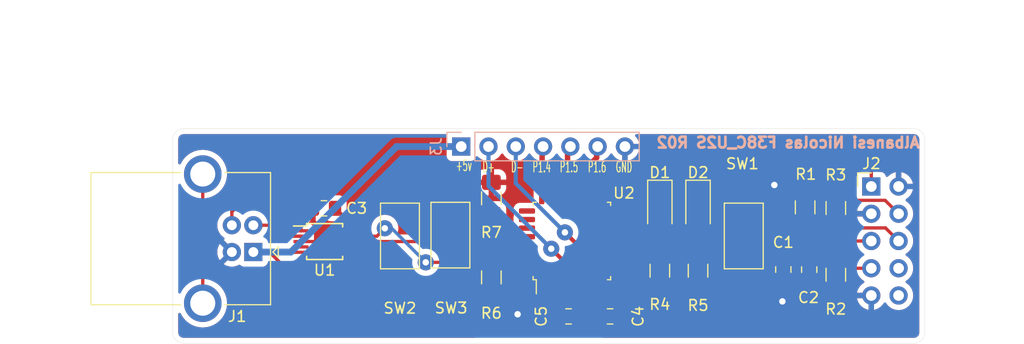
<source format=kicad_pcb>
(kicad_pcb (version 20211014) (generator pcbnew)
  (title_block (title "F38C_U2S") (date "2019-6-18") (rev "1.0") (company "CFPT - Ecole d'Electronique") (comment 1 "Nicolas Albanesi"))
  (layers (0 "F.Cu" signal) (31 "B.Cu" signal) (35 "F.Paste" user) (36 "B.SilkS" user "B.Silkscreen") (37 "F.SilkS" user "F.Silkscreen") (38 "B.Mask" user) (39 "F.Mask" user) (44 "Edge.Cuts" user))
  (net 0 "")
  (net 1 "/JTAG_5")
  (net 2 "GND")
  (net 3 "Net-(C3-Pad1)")
  (net 4 "+5V")
  (net 5 "Net-(D1-Pad2)")
  (net 6 "Net-(D2-Pad2)")
  (net 7 "Net-(J1-Pad5)")
  (net 8 "+3V3")
  (net 9 "/C2D")
  (net 10 "Net-(J2-Pad6)")
  (net 11 "/JTAG_7")
  (net 12 "Net-(J2-Pad8)")
  (net 13 "Net-(J2-Pad10)")
  (net 14 "/P1.6")
  (net 15 "/P1.5")
  (net 16 "/P1.4")
  (net 17 "/P0.5")
  (net 18 "/P0.6")
  (net 19 "Net-(U1-Pad4)")
  (net 20 "Net-(U1-Pad5)")
  (net 21 "Net-(U1-Pad6)")
  (net 22 "Net-(U2-Pad8)")
  (net 23 "Net-(U2-Pad13)")
  (net 24 "Net-(U2-Pad14)")
  (net 25 "Net-(U2-Pad15)")
  (net 26 "Net-(U2-Pad16)")
  (net 27 "Net-(U2-Pad17)")
  (net 28 "Net-(U2-Pad18)")
  (net 29 "Net-(U2-Pad19)")
  (net 30 "Net-(U2-Pad23)")
  (net 31 "Net-(U2-Pad24)")
  (net 32 "Net-(U2-Pad25)")
  (net 33 "Net-(U2-Pad26)")
  (net 34 "/D-")
  (net 35 "/D+")
  (net 36 "/P2.7")
  (net 37 "/P2.6")
  (net 38 "Net-(U2-Pad27)")
  (net 39 "Net-(U2-Pad30)")
  (net 40 "Net-(U2-Pad31)")
  (net 41 "Net-(U2-Pad32)")
  (net 42 "/RXD")
  (net 43 "/RX1")
  (net 44 "/D-_uC")
  (net 45 "/D+_uC")
  (footprint "Connector_USB:USB_B_OST_USB-B1HSxx_Horizontal" (layer "F.Cu") (at 122 60 180)
    (fp_text reference "J1" (at 1.5 -6) (layer "F.SilkS"))
    (fp_text value "USB_B")
    (fp_line (start 2.66 -4.91) (end -1.6 -4.91) (layer "F.SilkS") (width 0.12))
    (fp_line (start -2.32 0.5) (end -1.82 0) (layer "F.SilkS") (width 0.12))
    (fp_line (start 15.12 -4.91) (end 15.12 7.41) (layer "F.SilkS") (width 0.12))
    (fp_line (start 15.12 7.41) (end 6.76 7.41) (layer "F.SilkS") (width 0.12))
    (fp_line (start -1.82 0) (end -2.32 -0.5) (layer "F.SilkS") (width 0.12))
    (fp_line (start 6.76 -4.91) (end 15.12 -4.91) (layer "F.SilkS") (width 0.12))
    (fp_line (start -1.6 7.41) (end 2.66 7.41) (layer "F.SilkS") (width 0.12))
    (fp_line (start -1.6 -4.91) (end -1.6 7.41) (layer "F.SilkS") (width 0.12))
    (fp_line (start -2.32 -0.5) (end -2.32 0.5) (layer "F.SilkS") (width 0.12))
    (pad "1" thru_hole rect locked (at 0 0 180) (size 1.7 1.7) (drill 0.92) (layers *.Cu *.Mask) (net 4 "+5V"))
    (pad "2" thru_hole circle locked (at 0 2.5 180) (size 1.7 1.7) (drill 0.92) (layers *.Cu *.Mask) (net 34 "/D-"))
    (pad "3" thru_hole circle locked (at 2 2.5 180) (size 1.7 1.7) (drill 0.92) (layers *.Cu *.Mask) (net 35 "/D+"))
    (pad "4" thru_hole circle locked (at 2 0 180) (size 1.7 1.7) (drill 0.92) (layers *.Cu *.Mask) (net 2 "GND"))
    (pad "5" thru_hole circle locked (at 4.71 -4.77 180) (size 3.5 3.5) (drill 2.33) (layers *.Cu *.Mask) (net 7 "Net-(J1-Pad5)"))
    (pad "5" thru_hole circle locked (at 4.71 7.27 180) (size 3.5 3.5) (drill 2.33) (layers *.Cu *.Mask) (net 7 "Net-(J1-Pad5)"))
  )
  (footprint "Button_Switch_SMD:SW_SPST_FSMSM" (layer "F.Cu") (at 135.648 58.5 -90)
    (fp_text reference "SW2" (at 6.731 0 180) (layer "F.SilkS"))
    (fp_text value "SW_Push")
    (fp_line (start -3.06 -1.81) (end 3.06 -1.81) (layer "F.SilkS") (width 0.12))
    (fp_line (start 3.06 -1.81) (end 3.06 1.81) (layer "F.SilkS") (width 0.12))
    (fp_line (start 3.06 1.81) (end -3.06 1.81) (layer "F.SilkS") (width 0.12))
    (fp_line (start -3.06 1.81) (end -3.06 -1.81) (layer "F.SilkS") (width 0.12))
    (pad "1" smd rect locked (at -4.59 0 270) (size 2.18 1.6) (layers "F.Cu" "F.Paste" "F.Mask") (net 17 "/P0.5"))
    (pad "2" smd rect locked (at 4.59 0 270) (size 2.18 1.6) (layers "F.Cu" "F.Paste" "F.Mask") (net 4 "+5V"))
  )
  (footprint "Resistor_SMD:R_1206_3216Metric_Pad1.42x1.75mm_HandSolder" (layer "F.Cu") (at 176.2245 62.118 90)
    (fp_text reference "R2" (at -3.202 0 180) (layer "F.SilkS"))
    (fp_text value "1k")
    (fp_line (start -0.602064 -0.91) (end 0.602064 -0.91) (layer "F.SilkS") (width 0.12))
    (fp_line (start -0.602064 0.91) (end 0.602064 0.91) (layer "F.SilkS") (width 0.12))
    (pad "1" smd roundrect locked (at -1.4875 0 90) (size 1.425 1.75) (layers "F.Cu" "F.Paste" "F.Mask") (roundrect_rratio 0.1754392982) (net 11 "/JTAG_7"))
    (pad "2" smd roundrect locked (at 1.4875 0 90) (size 1.425 1.75) (layers "F.Cu" "F.Paste" "F.Mask") (roundrect_rratio 0.1754392982) (net 1 "/JTAG_5"))
  )
  (footprint "Resistor_SMD:R_1206_3216Metric_Pad1.42x1.75mm_HandSolder" (layer "F.Cu") (at 173.367 55.8315 -90)
    (fp_text reference "R1" (at -3.0845 -0.0635 180) (layer "F.SilkS"))
    (fp_text value "1k")
    (fp_line (start -0.602064 -0.91) (end 0.602064 -0.91) (layer "F.SilkS") (width 0.12))
    (fp_line (start -0.602064 0.91) (end 0.602064 0.91) (layer "F.SilkS") (width 0.12))
    (pad "1" smd roundrect locked (at -1.4875 0 270) (size 1.425 1.75) (layers "F.Cu" "F.Paste" "F.Mask") (roundrect_rratio 0.1754392982) (net 8 "+3V3"))
    (pad "2" smd roundrect locked (at 1.4875 0 270) (size 1.425 1.75) (layers "F.Cu" "F.Paste" "F.Mask") (roundrect_rratio 0.1754392982) (net 1 "/JTAG_5"))
  )
  (footprint "Connector_PinHeader_2.54mm:PinHeader_2x05_P2.54mm_Horizontal" (layer "F.Cu") (at 179.5265 53.89)
    (fp_text reference "J2" (at 0.0127 -2.1336) (layer "F.SilkS"))
    (fp_text value "Conn_02x05_Odd_Even")
    (fp_line (start -1.27 -1.27) (end 0 -1.27) (layer "F.SilkS") (width 0.12))
    (fp_line (start -1.27 0) (end -1.27 -1.27) (layer "F.SilkS") (width 0.12))
    (pad "1" thru_hole rect locked (at 0 0) (size 1.7 1.7) (drill 1) (layers *.Cu *.Mask) (net 8 "+3V3"))
    (pad "2" thru_hole oval locked (at 2.54 0) (size 1.7 1.7) (drill 1) (layers *.Cu *.Mask) (net 2 "GND"))
    (pad "3" thru_hole oval locked (at 0 2.54) (size 1.7 1.7) (drill 1) (layers *.Cu *.Mask) (net 2 "GND"))
    (pad "4" thru_hole oval locked (at 2.54 2.54) (size 1.7 1.7) (drill 1) (layers *.Cu *.Mask) (net 9 "/C2D"))
    (pad "5" thru_hole oval locked (at 0 5.08) (size 1.7 1.7) (drill 1) (layers *.Cu *.Mask) (net 1 "/JTAG_5"))
    (pad "6" thru_hole oval locked (at 2.54 5.08) (size 1.7 1.7) (drill 1) (layers *.Cu *.Mask) (net 10 "Net-(J2-Pad6)"))
    (pad "7" thru_hole oval locked (at 0 7.62) (size 1.7 1.7) (drill 1) (layers *.Cu *.Mask) (net 11 "/JTAG_7"))
    (pad "8" thru_hole oval locked (at 2.54 7.62) (size 1.7 1.7) (drill 1) (layers *.Cu *.Mask) (net 12 "Net-(J2-Pad8)"))
    (pad "9" thru_hole oval locked (at 0 10.16) (size 1.7 1.7) (drill 1) (layers *.Cu *.Mask) (net 2 "GND"))
    (pad "10" thru_hole oval locked (at 2.54 10.16) (size 1.7 1.7) (drill 1) (layers *.Cu *.Mask) (net 13 "Net-(J2-Pad10)"))
  )
  (footprint "Button_Switch_SMD:SW_SPST_FSMSM" (layer "F.Cu") (at 167.652 58.5 -90)
    (fp_text reference "SW1" (at -6.731 0.127 180) (layer "F.SilkS"))
    (fp_text value "SW_Push")
    (fp_line (start 3.06 -1.81) (end 3.06 1.81) (layer "F.SilkS") (width 0.12))
    (fp_line (start -3.06 -1.81) (end 3.06 -1.81) (layer "F.SilkS") (width 0.12))
    (fp_line (start 3.06 1.81) (end -3.06 1.81) (layer "F.SilkS") (width 0.12))
    (fp_line (start -3.06 1.81) (end -3.06 -1.81) (layer "F.SilkS") (width 0.12))
    (pad "1" smd rect locked (at -4.59 0 270) (size 2.18 1.6) (layers "F.Cu" "F.Paste" "F.Mask") (net 2 "GND"))
    (pad "2" smd rect locked (at 4.59 0 270) (size 2.18 1.6) (layers "F.Cu" "F.Paste" "F.Mask") (net 1 "/JTAG_5"))
  )
  (footprint "Package_QFP:LQFP-32_7x7mm_P0.8mm" (layer "F.Cu") (at 151.65 58.97 90)
    (fp_text reference "U2" (at 4.47 4.85 180) (layer "F.SilkS"))
    (fp_text value "8051F38C")
    (fp_line (start -3.61 -3.31) (end -4.925 -3.31) (layer "F.SilkS") (width 0.12))
    (fp_line (start -3.31 -3.61) (end -3.61 -3.61) (layer "F.SilkS") (width 0.12))
    (fp_line (start 3.31 -3.61) (end 3.61 -3.61) (layer "F.SilkS") (width 0.12))
    (fp_line (start -3.61 -3.61) (end -3.61 -3.31) (layer "F.SilkS") (width 0.12))
    (fp_line (start -3.61 3.61) (end -3.61 3.31) (layer "F.SilkS") (width 0.12))
    (fp_line (start 3.61 -3.61) (end 3.61 -3.31) (layer "F.SilkS") (width 0.12))
    (fp_line (start 3.31 3.61) (end 3.61 3.61) (layer "F.SilkS") (width 0.12))
    (fp_line (start 3.61 3.61) (end 3.61 3.31) (layer "F.SilkS") (width 0.12))
    (fp_line (start -3.31 3.61) (end -3.61 3.61) (layer "F.SilkS") (width 0.12))
    (pad "1" smd roundrect locked (at -4.175 -2.8 90) (size 1.5 0.5) (layers "F.Cu" "F.Paste" "F.Mask") (net 43 "/RX1"))
    (pad "2" smd roundrect locked (at -4.175 -2 90) (size 1.5 0.5) (layers "F.Cu" "F.Paste" "F.Mask") (net 42 "/RXD"))
    (pad "3" smd roundrect locked (at -4.175 -1.2 90) (size 1.5 0.5) (layers "F.Cu" "F.Paste" "F.Mask") (net 2 "GND"))
    (pad "4" smd roundrect locked (at -4.175 -0.4 90) (size 1.5 0.5) (layers "F.Cu" "F.Paste" "F.Mask") (net 45 "/D+_uC"))
    (pad "5" smd roundrect locked (at -4.175 0.4 90) (size 1.5 0.5) (layers "F.Cu" "F.Paste" "F.Mask") (net 44 "/D-_uC"))
    (pad "6" smd roundrect locked (at -4.175 1.2 90) (size 1.5 0.5) (layers "F.Cu" "F.Paste" "F.Mask") (net 8 "+3V3"))
    (pad "7" smd roundrect locked (at -4.175 2 90) (size 1.5 0.5) (layers "F.Cu" "F.Paste" "F.Mask") (net 4 "+5V"))
    (pad "8" smd roundrect locked (at -4.175 2.8 90) (size 1.5 0.5) (layers "F.Cu" "F.Paste" "F.Mask") (net 22 "Net-(U2-Pad8)"))
    (pad "9" smd roundrect locked (at -2.8 4.175 90) (size 0.5 1.5) (layers "F.Cu" "F.Paste" "F.Mask") (net 11 "/JTAG_7"))
    (pad "10" smd roundrect locked (at -2 4.175 90) (size 0.5 1.5) (layers "F.Cu" "F.Paste" "F.Mask") (net 9 "/C2D"))
    (pad "11" smd roundrect locked (at -1.2 4.175 90) (size 0.5 1.5) (layers "F.Cu" "F.Paste" "F.Mask") (net 36 "/P2.7"))
    (pad "12" smd roundrect locked (at -0.4 4.175 90) (size 0.5 1.5) (layers "F.Cu" "F.Paste" "F.Mask") (net 37 "/P2.6"))
    (pad "13" smd roundrect locked (at 0.4 4.175 90) (size 0.5 1.5) (layers "F.Cu" "F.Paste" "F.Mask") (net 23 "Net-(U2-Pad13)"))
    (pad "14" smd roundrect locked (at 1.2 4.175 90) (size 0.5 1.5) (layers "F.Cu" "F.Paste" "F.Mask") (net 24 "Net-(U2-Pad14)"))
    (pad "15" smd roundrect locked (at 2 4.175 90) (size 0.5 1.5) (layers "F.Cu" "F.Paste" "F.Mask") (net 25 "Net-(U2-Pad15)"))
    (pad "16" smd roundrect locked (at 2.8 4.175 90) (size 0.5 1.5) (layers "F.Cu" "F.Paste" "F.Mask") (net 26 "Net-(U2-Pad16)"))
    (pad "17" smd roundrect locked (at 4.175 2.8 90) (size 1.5 0.5) (layers "F.Cu" "F.Paste" "F.Mask") (net 27 "Net-(U2-Pad17)"))
    (pad "18" smd roundrect locked (at 4.175 2 90) (size 1.5 0.5) (layers "F.Cu" "F.Paste" "F.Mask") (net 28 "Net-(U2-Pad18)"))
    (pad "19" smd roundrect locked (at 4.175 1.2 90) (size 1.5 0.5) (layers "F.Cu" "F.Paste" "F.Mask") (net 29 "Net-(U2-Pad19)"))
    (pad "20" smd roundrect locked (at 4.175 0.4 90) (size 1.5 0.5) (layers "F.Cu" "F.Paste" "F.Mask") (net 14 "/P1.6"))
    (pad "21" smd roundrect locked (at 4.175 -0.4 90) (size 1.5 0.5) (layers "F.Cu" "F.Paste" "F.Mask") (net 15 "/P1.5"))
    (pad "22" smd roundrect locked (at 4.175 -1.2 90) (size 1.5 0.5) (layers "F.Cu" "F.Paste" "F.Mask") (net 16 "/P1.4"))
    (pad "23" smd roundrect locked (at 4.175 -2 90) (size 1.5 0.5) (layers "F.Cu" "F.Paste" "F.Mask") (net 30 "Net-(U2-Pad23)"))
    (pad "24" smd roundrect locked (at 4.175 -2.8 90) (size 1.5 0.5) (layers "F.Cu" "F.Paste" "F.Mask") (net 31 "Net-(U2-Pad24)"))
    (pad "25" smd roundrect locked (at 2.8 -4.175 90) (size 0.5 1.5) (layers "F.Cu" "F.Paste" "F.Mask") (net 32 "Net-(U2-Pad25)"))
    (pad "26" smd roundrect locked (at 2 -4.175 90) (size 0.5 1.5) (layers "F.Cu" "F.Paste" "F.Mask") (net 33 "Net-(U2-Pad26)"))
    (pad "27" smd roundrect locked (at 1.2 -4.175 90) (size 0.5 1.5) (layers "F.Cu" "F.Paste" "F.Mask") (net 38 "Net-(U2-Pad27)"))
    (pad "28" smd roundrect locked (at 0.4 -4.175 90) (size 0.5 1.5) (layers "F.Cu" "F.Paste" "F.Mask") (net 18 "/P0.6"))
    (pad "29" smd roundrect locked (at -0.4 -4.175 90) (size 0.5 1.5) (layers "F.Cu" "F.Paste" "F.Mask") (net 17 "/P0.5"))
    (pad "30" smd roundrect locked (at -1.2 -4.175 90) (size 0.5 1.5) (layers "F.Cu" "F.Paste" "F.Mask") (net 39 "Net-(U2-Pad30)"))
    (pad "31" smd roundrect locked (at -2 -4.175 90) (size 0.5 1.5) (layers "F.Cu" "F.Paste" "F.Mask") (net 40 "Net-(U2-Pad31)"))
    (pad "32" smd roundrect locked (at -2.8 -4.175 90) (size 0.5 1.5) (layers "F.Cu" "F.Paste" "F.Mask") (net 41 "Net-(U2-Pad32)"))
  )
  (footprint "LED_SMD:LED_1206_3216Metric_Pad1.42x1.75mm_HandSolder" (layer "F.Cu") (at 159.8415 55.7625 -90)
    (fp_text reference "D1" (at -3.175 0 180) (layer "F.SilkS"))
    (fp_text value "LED")
    (fp_line (start -2.46 1.135) (end 1.6 1.135) (layer "F.SilkS") (width 0.12))
    (fp_line (start 1.6 -1.135) (end -2.46 -1.135) (layer "F.SilkS") (width 0.12))
    (fp_line (start -2.46 -1.135) (end -2.46 1.135) (layer "F.SilkS") (width 0.12))
    (pad "1" smd roundrect locked (at -1.4875 0 270) (size 1.425 1.75) (layers "F.Cu" "F.Paste" "F.Mask") (roundrect_rratio 0.1754392982) (net 2 "GND"))
    (pad "2" smd roundrect locked (at 1.4875 0 270) (size 1.425 1.75) (layers "F.Cu" "F.Paste" "F.Mask") (roundrect_rratio 0.1754392982) (net 5 "Net-(D1-Pad2)"))
  )
  (footprint "Resistor_SMD:R_1206_3216Metric_Pad1.42x1.75mm_HandSolder" (layer "F.Cu") (at 159.8415 61.7375 -90)
    (fp_text reference "R4" (at 3.148 0 180) (layer "F.SilkS"))
    (fp_text value "1k")
    (fp_line (start -0.602064 -0.91) (end 0.602064 -0.91) (layer "F.SilkS") (width 0.12))
    (fp_line (start -0.602064 0.91) (end 0.602064 0.91) (layer "F.SilkS") (width 0.12))
    (pad "1" smd roundrect locked (at -1.4875 0 270) (size 1.425 1.75) (layers "F.Cu" "F.Paste" "F.Mask") (roundrect_rratio 0.1754392982) (net 5 "Net-(D1-Pad2)"))
    (pad "2" smd roundrect locked (at 1.4875 0 270) (size 1.425 1.75) (layers "F.Cu" "F.Paste" "F.Mask") (roundrect_rratio 0.1754392982) (net 36 "/P2.7"))
  )
  (footprint "Resistor_SMD:R_1206_3216Metric_Pad1.42x1.75mm_HandSolder" (layer "F.Cu") (at 176.2245 55.895 -90)
    (fp_text reference "R3" (at -3.0845 0 180) (layer "F.SilkS"))
    (fp_text value "1k")
    (fp_line (start -0.602064 0.91) (end 0.602064 0.91) (layer "F.SilkS") (width 0.12))
    (fp_line (start -0.602064 -0.91) (end 0.602064 -0.91) (layer "F.SilkS") (width 0.12))
    (pad "1" smd roundrect locked (at -1.4875 0 270) (size 1.425 1.75) (layers "F.Cu" "F.Paste" "F.Mask") (roundrect_rratio 0.1754392982) (net 9 "/C2D"))
    (pad "2" smd roundrect locked (at 1.4875 0 270) (size 1.425 1.75) (layers "F.Cu" "F.Paste" "F.Mask") (roundrect_rratio 0.1754392982) (net 10 "Net-(J2-Pad6)"))
  )
  (footprint "Package_SO:MSOP-10_3x3mm_P0.5mm" (layer "F.Cu") (at 128.6376 59.0208)
    (fp_text reference "U1" (at 0 2.667) (layer "F.SilkS"))
    (fp_text value "CH340E")
    (fp_line (start 1.675 1.675) (end 1.675 1.375) (layer "F.SilkS") (width 0.15))
    (fp_line (start 1.675 -1.675) (end 1.675 -1.375) (layer "F.SilkS") (width 0.15))
    (fp_line (start -1.675 1.675) (end 1.675 1.675) (layer "F.SilkS") (width 0.15))
    (fp_line (start -1.675 -1.675) (end 1.675 -1.675) (layer "F.SilkS") (width 0.15))
    (fp_line (start -1.675 -1.45) (end -2.9 -1.45) (layer "F.SilkS") (width 0.15))
    (fp_line (start -1.675 1.675) (end -1.675 1.375) (layer "F.SilkS") (width 0.15))
    (fp_line (start -1.675 -1.675) (end -1.675 -1.45) (layer "F.SilkS") (width 0.15))
    (pad "1" smd rect locked (at -2.2 -1) (size 1.4 0.3) (layers "F.Cu" "F.Paste" "F.Mask") (net 35 "/D+"))
    (pad "2" smd rect locked (at -2.2 -0.5) (size 1.4 0.3) (layers "F.Cu" "F.Paste" "F.Mask") (net 34 "/D-"))
    (pad "3" smd rect locked (at -2.2 0) (size 1.4 0.3) (layers "F.Cu" "F.Paste" "F.Mask") (net 2 "GND"))
    (pad "4" smd rect locked (at -2.2 0.5) (size 1.4 0.3) (layers "F.Cu" "F.Paste" "F.Mask") (net 19 "Net-(U1-Pad4)"))
    (pad "5" smd rect locked (at -2.2 1) (size 1.4 0.3) (layers "F.Cu" "F.Paste" "F.Mask") (net 20 "Net-(U1-Pad5)"))
    (pad "6" smd rect locked (at 2.2 1) (size 1.4 0.3) (layers "F.Cu" "F.Paste" "F.Mask") (net 21 "Net-(U1-Pad6)"))
    (pad "7" smd rect locked (at 2.2 0.5) (size 1.4 0.3) (layers "F.Cu" "F.Paste" "F.Mask") (net 4 "+5V"))
    (pad "8" smd rect locked (at 2.2 0) (size 1.4 0.3) (layers "F.Cu" "F.Paste" "F.Mask") (net 43 "/RX1"))
    (pad "9" smd rect locked (at 2.2 -0.5) (size 1.4 0.3) (layers "F.Cu" "F.Paste" "F.Mask") (net 42 "/RXD"))
    (pad "10" smd rect locked (at 2.2 -1) (size 1.4 0.3) (layers "F.Cu" "F.Paste" "F.Mask") (net 3 "Net-(C3-Pad1)"))
  )
  (footprint "Resistor_SMD:R_1206_3216Metric_Pad1.42x1.75mm_HandSolder" (layer "F.Cu") (at 163.3975 61.7375 -90)
    (fp_text reference "R5" (at 3.2385 0 180) (layer "F.SilkS"))
    (fp_text value "1k")
    (fp_line (start -0.602064 0.91) (end 0.602064 0.91) (layer "F.SilkS") (width 0.12))
    (fp_line (start -0.602064 -0.91) (end 0.602064 -0.91) (layer "F.SilkS") (width 0.12))
    (pad "1" smd roundrect locked (at -1.4875 0 270) (size 1.425 1.75) (layers "F.Cu" "F.Paste" "F.Mask") (roundrect_rratio 0.1754392982) (net 6 "Net-(D2-Pad2)"))
    (pad "2" smd roundrect locked (at 1.4875 0 270) (size 1.425 1.75) (layers "F.Cu" "F.Paste" "F.Mask") (roundrect_rratio 0.1754392982) (net 37 "/P2.6"))
  )
  (footprint "Capacitor_SMD:C_0805_2012Metric_Pad1.15x1.40mm_HandSolder" (layer "F.Cu") (at 173.748 61.637 -90)
    (fp_text reference "C2" (at 2.6035 0.0635 180) (layer "F.SilkS"))
    (fp_text value "1u")
    (fp_line (start -0.261252 -0.71) (end 0.261252 -0.71) (layer "F.SilkS") (width 0.12))
    (fp_line (start -0.261252 0.71) (end 0.261252 0.71) (layer "F.SilkS") (width 0.12))
    (pad "1" smd roundrect locked (at -1.025 0 270) (size 1.15 1.4) (layers "F.Cu" "F.Paste" "F.Mask") (roundrect_rratio 0.2173913043) (net 1 "/JTAG_5"))
    (pad "2" smd roundrect locked (at 1.025 0 270) (size 1.15 1.4) (layers "F.Cu" "F.Paste" "F.Mask") (roundrect_rratio 0.2173913043) (net 2 "GND"))
  )
  (footprint "Button_Switch_SMD:SW_SPST_FSMSM" (layer "F.Cu") (at 140.347 58.42 -90)
    (fp_text reference "SW3" (at 6.7945 -0.0635 180) (layer "F.SilkS"))
    (fp_text value "SW_Push")
    (fp_line (start -3.06 -1.81) (end 3.06 -1.81) (layer "F.SilkS") (width 0.12))
    (fp_line (start 3.06 1.81) (end -3.06 1.81) (layer "F.SilkS") (width 0.12))
    (fp_line (start 3.06 -1.81) (end 3.06 1.81) (layer "F.SilkS") (width 0.12))
    (fp_line (start -3.06 1.81) (end -3.06 -1.81) (layer "F.SilkS") (width 0.12))
    (pad "1" smd rect locked (at -4.59 0 270) (size 2.18 1.6) (layers "F.Cu" "F.Paste" "F.Mask") (net 18 "/P0.6"))
    (pad "2" smd rect locked (at 4.59 0 270) (size 2.18 1.6) (layers "F.Cu" "F.Paste" "F.Mask") (net 4 "+5V"))
  )
  (footprint "Capacitor_SMD:C_0805_2012Metric_Pad1.15x1.40mm_HandSolder" (layer "F.Cu") (at 155.206 66)
    (fp_text reference "C4" (at 2.6035 0 90) (layer "F.SilkS"))
    (fp_text value "0.1u")
    (fp_line (start -0.261252 0.71) (end 0.261252 0.71) (layer "F.SilkS") (width 0.12))
    (fp_line (start -0.261252 -0.71) (end 0.261252 -0.71) (layer "F.SilkS") (width 0.12))
    (pad "1" smd roundrect locked (at -1.025 0) (size 1.15 1.4) (layers "F.Cu" "F.Paste" "F.Mask") (roundrect_rratio 0.2173913043) (net 4 "+5V"))
    (pad "2" smd roundrect locked (at 1.025 0) (size 1.15 1.4) (layers "F.Cu" "F.Paste" "F.Mask") (roundrect_rratio 0.2173913043) (net 2 "GND"))
  )
  (footprint "Capacitor_SMD:C_0805_2012Metric_Pad1.15x1.40mm_HandSolder" (layer "F.Cu") (at 171.335 61.628 -90)
    (fp_text reference "C1" (at -2.531 0 180) (layer "F.SilkS"))
    (fp_text value "0.1u")
    (fp_line (start -0.261252 0.71) (end 0.261252 0.71) (layer "F.SilkS") (width 0.12))
    (fp_line (start -0.261252 -0.71) (end 0.261252 -0.71) (layer "F.SilkS") (width 0.12))
    (pad "1" smd roundrect locked (at -1.025 0 270) (size 1.15 1.4) (layers "F.Cu" "F.Paste" "F.Mask") (roundrect_rratio 0.2173913043) (net 1 "/JTAG_5"))
    (pad "2" smd roundrect locked (at 1.025 0 270) (size 1.15 1.4) (layers "F.Cu" "F.Paste" "F.Mask") (roundrect_rratio 0.2173913043) (net 2 "GND"))
  )
  (footprint "Resistor_SMD:R_1206_3216Metric_Pad1.42x1.75mm_HandSolder" (layer "F.Cu") (at 144.157 62.3625 90)
    (fp_text reference "R6" (at -3.3385 0 180) (layer "F.SilkS"))
    (fp_text value "10k")
    (fp_line (start -0.602064 0.91) (end 0.602064 0.91) (layer "F.SilkS") (width 0.12))
    (fp_line (start -0.602064 -0.91) (end 0.602064 -0.91) (layer "F.SilkS") (width 0.12))
    (pad "1" smd roundrect locked (at -1.4875 0 90) (size 1.425 1.75) (layers "F.Cu" "F.Paste" "F.Mask") (roundrect_rratio 0.1754392982) (net 2 "GND"))
    (pad "2" smd roundrect locked (at 1.4875 0 90) (size 1.425 1.75) (layers "F.Cu" "F.Paste" "F.Mask") (roundrect_rratio 0.1754392982) (net 17 "/P0.5"))
  )
  (footprint "Capacitor_SMD:C_0805_2012Metric_Pad1.15x1.40mm_HandSolder" (layer "F.Cu") (at 151.3415 66 180)
    (fp_text reference "C5" (at 2.549 0 90) (layer "F.SilkS"))
    (fp_text value "0.1u")
    (fp_line (start -0.261252 -0.71) (end 0.261252 -0.71) (layer "F.SilkS") (width 0.12))
    (fp_line (start -0.261252 0.71) (end 0.261252 0.71) (layer "F.SilkS") (width 0.12))
    (pad "1" smd roundrect locked (at -1.025 0 180) (size 1.15 1.4) (layers "F.Cu" "F.Paste" "F.Mask") (roundrect_rratio 0.2173913043) (net 8 "+3V3"))
    (pad "2" smd roundrect locked (at 1.025 0 180) (size 1.15 1.4) (layers "F.Cu" "F.Paste" "F.Mask") (roundrect_rratio 0.2173913043) (net 2 "GND"))
  )
  (footprint "Capacitor_SMD:C_0805_2012Metric_Pad1.15x1.40mm_HandSolder" (layer "F.Cu") (at 128.5778 55.922 180)
    (fp_text reference "C3" (at -3.039 0) (layer "F.SilkS"))
    (fp_text value "0.1u")
    (fp_line (start -0.261252 0.71) (end 0.261252 0.71) (layer "F.SilkS") (width 0.12))
    (fp_line (start -0.261252 -0.71) (end 0.261252 -0.71) (layer "F.SilkS") (width 0.12))
    (pad "1" smd roundrect locked (at -1.025 0 180) (size 1.15 1.4) (layers "F.Cu" "F.Paste" "F.Mask") (roundrect_rratio 0.2173913043) (net 3 "Net-(C3-Pad1)"))
    (pad "2" smd roundrect locked (at 1.025 0 180) (size 1.15 1.4) (layers "F.Cu" "F.Paste" "F.Mask") (roundrect_rratio 0.2173913043) (net 2 "GND"))
  )
  (footprint "LED_SMD:LED_1206_3216Metric_Pad1.42x1.75mm_HandSolder" (layer "F.Cu") (at 163.3975 55.7625 -90)
    (fp_text reference "D2" (at -3.175 0 180) (layer "F.SilkS"))
    (fp_text value "LED")
    (fp_line (start 1.6 -1.135) (end -2.46 -1.135) (layer "F.SilkS") (width 0.12))
    (fp_line (start -2.46 -1.135) (end -2.46 1.135) (layer "F.SilkS") (width 0.12))
    (fp_line (start -2.46 1.135) (end 1.6 1.135) (layer "F.SilkS") (width 0.12))
    (pad "1" smd roundrect locked (at -1.4875 0 270) (size 1.425 1.75) (layers "F.Cu" "F.Paste" "F.Mask") (roundrect_rratio 0.1754392982) (net 2 "GND"))
    (pad "2" smd roundrect locked (at 1.4875 0 270) (size 1.425 1.75) (layers "F.Cu" "F.Paste" "F.Mask") (roundrect_rratio 0.1754392982) (net 6 "Net-(D2-Pad2)"))
  )
  (footprint "Resistor_SMD:R_1206_3216Metric_Pad1.42x1.75mm_HandSolder" (layer "F.Cu") (at 144.157 54.9875 -90)
    (fp_text reference "R7" (at 3.1785 0 180) (layer "F.SilkS"))
    (fp_text value "10k")
    (fp_line (start -0.602064 0.91) (end 0.602064 0.91) (layer "F.SilkS") (width 0.12))
    (fp_line (start -0.602064 -0.91) (end 0.602064 -0.91) (layer "F.SilkS") (width 0.12))
    (pad "1" smd roundrect locked (at -1.4875 0 270) (size 1.425 1.75) (layers "F.Cu" "F.Paste" "F.Mask") (roundrect_rratio 0.1754392982) (net 2 "GND"))
    (pad "2" smd roundrect locked (at 1.4875 0 270) (size 1.425 1.75) (layers "F.Cu" "F.Paste" "F.Mask") (roundrect_rratio 0.1754392982) (net 18 "/P0.6"))
  )
  (footprint "Connector_PinHeader_2.54mm:PinHeader_1x07_P2.54mm_Vertical" (layer "B.Cu") (at 141.351 50.165 -90)
    (fp_text reference "J3" (at 0 2.33 -90) (layer "B.SilkS") (effects (justify mirror)))
    (fp_text value "Conn_01x07_Male")
    (fp_line (start -1.33 -16.57) (end 1.33 -16.57) (layer "B.SilkS") (width 0.12))
    (fp_line (start -1.33 -1.27) (end 1.33 -1.27) (layer "B.SilkS") (width 0.12))
    (fp_line (start 1.33 -1.27) (end 1.33 -16.57) (layer "B.SilkS") (width 0.12))
    (fp_line (start -1.33 0) (end -1.33 1.33) (layer "B.SilkS") (width 0.12))
    (fp_line (start -1.33 -1.27) (end -1.33 -16.57) (layer "B.SilkS") (width 0.12))
    (fp_line (start -1.33 1.33) (end 0 1.33) (layer "B.SilkS") (width 0.12))
    (pad "1" thru_hole rect locked (at 0 0 270) (size 1.7 1.7) (drill 1) (layers *.Cu *.Mask) (net 4 "+5V"))
    (pad "2" thru_hole oval locked (at 0 -2.54 270) (size 1.7 1.7) (drill 1) (layers *.Cu *.Mask) (net 45 "/D+_uC"))
    (pad "3" thru_hole oval locked (at 0 -5.08 270) (size 1.7 1.7) (drill 1) (layers *.Cu *.Mask) (net 44 "/D-_uC"))
    (pad "4" thru_hole oval locked (at 0 -7.62 270) (size 1.7 1.7) (drill 1) (layers *.Cu *.Mask) (net 16 "/P1.4"))
    (pad "5" thru_hole oval locked (at 0 -10.16 270) (size 1.7 1.7) (drill 1) (layers *.Cu *.Mask) (net 15 "/P1.5"))
    (pad "6" thru_hole oval locked (at 0 -12.7 270) (size 1.7 1.7) (drill 1) (layers *.Cu *.Mask) (net 14 "/P1.6"))
    (pad "7" thru_hole oval locked (at 0 -15.24 270) (size 1.7 1.7) (drill 1) (layers *.Cu *.Mask) (net 2 "GND"))
  )
  (gr_line (start 184.5 49.5) (end 184.5 67.5) (layer "Edge.Cuts") (width 0.0254))
  (gr_line (start 183.5 68.5) (end 115.5 68.5) (layer "Edge.Cuts") (width 0.0254))
  (gr_line (start 115.5 48.5) (end 183.5 48.5) (layer "Edge.Cuts") (width 0.0254))
  (gr_line (start 114.5 67.5) (end 114.5 49.5) (layer "Edge.Cuts") (width 0.0254))
  (gr_arc (start 114.5 49.5) (mid 114.792893 48.792893) (end 115.5 48.5) (layer "Edge.Cuts") (width 0.0254))
  (gr_arc (start 115.5 68.5) (mid 114.792893 68.207107) (end 114.5 67.5) (layer "Edge.Cuts") (width 0.0254))
  (gr_arc (start 183.5 48.5) (mid 184.207107 48.792893) (end 184.5 49.5) (layer "Edge.Cuts") (width 0.0254))
  (gr_arc (start 184.5 67.5) (mid 184.207107 68.207107) (end 183.5 68.5) (layer "Edge.Cuts") (width 0.0254))
  (gr_text "Albanesi Nicolas F38C_U2S R02" (at 159.4 49.8) (layer "B.SilkS") (effects (font (size 1 1) (thickness 0.25)) (justify right mirror)))
  (gr_text "+5v" (at 141.605 51.943) (layer "F.SilkS") (effects (font (size 1 0.5) (thickness 0.1))))
  (gr_text "D+" (at 143.891 52.07) (layer "F.SilkS") (effects (font (size 1 0.5) (thickness 0.1))))
  (gr_text "D-" (at 146.558 52.07) (layer "F.SilkS") (effects (font (size 1 0.5) (thickness 0.1))))
  (gr_text "P1.4" (at 148.844 52.07) (layer "F.SilkS") (effects (font (size 1 0.5) (thickness 0.1))))
  (gr_text "P1.6" (at 154 52.07) (layer "F.SilkS") (effects (font (size 1 0.5) (thickness 0.1))))
  (gr_text "GND" (at 156.5 52.075) (layer "F.SilkS") (effects (font (size 1 0.5) (thickness 0.1))))
  (gr_text "P1.5" (at 151.384 52.07) (layer "F.SilkS") (effects (font (size 1 0.5) (thickness 0.1))))
  (segment (start 173.748 60.612) (end 171.344 60.612) (width 0.3048) (layer "F.Cu") (net 1))
  (segment (start 173.7665 60.6305) (end 173.748 60.612) (width 0.3048) (layer "F.Cu") (net 1))
  (segment (start 173.748 60.612) (end 173.748 57.7) (width 0.3048) (layer "F.Cu") (net 1))
  (segment (start 173.748 57.7) (end 173.367 57.319) (width 0.3048) (layer "F.Cu") (net 1))
  (segment (start 167.652 63.09) (end 167.652 61.848) (width 0.3048) (layer "F.Cu") (net 1))
  (segment (start 171.344 60.612) (end 171.335 60.603) (width 0.3048) (layer "F.Cu") (net 1))
  (segment (start 168.897 60.603) (end 171.335 60.603) (width 0.3048) (layer "F.Cu") (net 1))
  (segment (start 167.652 61.848) (end 168.897 60.603) (width 0.3048) (layer "F.Cu") (net 1))
  (segment (start 179.5265 58.97) (end 177.885 58.97) (width 0.3048) (layer "F.Cu") (net 1))
  (segment (start 176.2245 60.6305) (end 173.7665 60.6305) (width 0.3048) (layer "F.Cu") (net 1))
  (segment (start 177.885 58.97) (end 176.2245 60.6305) (width 0.3048) (layer "F.Cu") (net 1))
  (segment (start 150.45 65.8665) (end 150.3165 66) (width 0.3048) (layer "F.Cu") (net 2))
  (segment (start 150.45 63.145) (end 150.45 65.8665) (width 0.3048) (layer "F.Cu") (net 2))
  (segment (start 126.4376 59.0208) (end 127.7292 59.0208) (width 0.3048) (layer "F.Cu") (net 2))
  (via (at 170.5 53.75) (size 1.5) (drill 0.6) (layers "F.Cu" "B.Cu") (net 2))
  (via (at 146.6 65.8) (size 1.5) (drill 0.6) (layers "F.Cu" "B.Cu") (net 2))
  (via (at 171.25 64.6) (size 1.5) (drill 0.6) (layers "F.Cu" "B.Cu") (net 2))
  (segment (start 130.8376 57.1568) (end 129.6028 55.922) (width 0.381) (layer "F.Cu") (net 3))
  (segment (start 130.8376 58.0208) (end 130.8376 57.1568) (width 0.381) (layer "F.Cu") (net 3))
  (segment (start 154.181 66) (end 154.181 65.2) (width 0.3048) (layer "F.Cu") (net 4))
  (segment (start 135.648 60.848) (end 135.648 62.148) (width 0.3048) (layer "F.Cu") (net 4))
  (segment (start 130.8376 59.5208) (end 134.3208 59.5208) (width 0.3048) (layer "F.Cu") (net 4))
  (segment (start 123.5 60) (end 122 60) (width 0.3048) (layer "F.Cu") (net 4))
  (segment (start 154.181 65.2) (end 153.65 64.669) (width 0.3048) (layer "F.Cu") (net 4))
  (segment (start 140.347 64.481) (end 143.366 67.5) (width 0.381) (layer "F.Cu") (net 4))
  (segment (start 134.3208 59.5208) (end 135.648 60.848) (width 0.3048) (layer "F.Cu") (net 4))
  (segment (start 130.8376 59.5208) (end 129.8328 59.5208) (width 0.3048) (layer "F.Cu") (net 4))
  (segment (start 140.267 63.09) (end 140.347 63.01) (width 0.635) (layer "F.Cu") (net 4))
  (segment (start 143.366 67.5) (end 153.75 67.5) (width 0.381) (layer "F.Cu") (net 4))
  (segment (start 153.65 64.669) (end 153.65 63.995) (width 0.3048) (layer "F.Cu") (net 4))
  (segment (start 128.3536 61) (end 124.5 61) (width 0.3048) (layer "F.Cu") (net 4))
  (segment (start 140.347 63.01) (end 140.347 64.481) (width 0.381) (layer "F.Cu") (net 4))
  (segment (start 129.8328 59.5208) (end 128.3536 61) (width 0.3048) (layer "F.Cu") (net 4))
  (segment (start 154.181 67.069) (end 154.181 66) (width 0.381) (layer "F.Cu") (net 4))
  (segment (start 135.648 62.148) (end 135.648 63.09) (width 0.3048) (layer "F.Cu") (net 4))
  (segment (start 135.648 63.09) (end 140.267 63.09) (width 0.635) (layer "F.Cu") (net 4))
  (segment (start 153.75 67.5) (end 154.181 67.069) (width 0.381) (layer "F.Cu") (net 4))
  (segment (start 153.65 63.995) (end 153.65 63.145) (width 0.3048) (layer "F.Cu") (net 4))
  (segment (start 124.5 61) (end 123.5 60) (width 0.3048) (layer "F.Cu") (net 4))
  (segment (start 135.335 50.165) (end 141.351 50.165) (width 0.635) (layer "B.Cu") (net 4))
  (segment (start 122 60) (end 125.5 60) (width 0.635) (layer "B.Cu") (net 4))
  (segment (start 125.5 60) (end 135.335 50.165) (width 0.635) (layer "B.Cu") (net 4))
  (segment (start 159.8415 57.25) (end 159.8415 60.25) (width 0.635) (layer "F.Cu") (net 5))
  (segment (start 163.3975 60.25) (end 163.3975 57.25) (width 0.635) (layer "F.Cu") (net 6))
  (segment (start 117.29 55.204873) (end 117.29 64.77) (width 0.3048) (layer "F.Cu") (net 7))
  (segment (start 117.29 52.73) (end 117.29 55.204873) (width 0.3048) (layer "F.Cu") (net 7))
  (segment (start 173.367 51.883) (end 173.367 54.344) (width 0.3048) (layer "F.Cu") (net 8))
  (segment (start 179.5265 52.2765) (end 179.5265 53.89) (width 0.3048) (layer "F.Cu") (net 8))
  (segment (start 152.3665 65.2) (end 152.85 64.7165) (width 0.3048) (layer "F.Cu") (net 8))
  (segment (start 152.3665 66) (end 152.3665 65.2) (width 0.3048) (layer "F.Cu") (net 8))
  (segment (start 173.5 51.75) (end 179 51.75) (width 0.3048) (layer "F.Cu") (net 8))
  (segment (start 152.85 57.75) (end 158.85 51.75) (width 0.3048) (layer "F.Cu") (net 8))
  (segment (start 173.5 51.75) (end 173.367 51.883) (width 0.3048) (layer "F.Cu") (net 8))
  (segment (start 152.85 63.145) (end 152.85 57.75) (width 0.3048) (layer "F.Cu") (net 8))
  (segment (start 158.85 51.75) (end 173.5 51.75) (width 0.3048) (layer "F.Cu") (net 8))
  (segment (start 179 51.75) (end 179.5265 52.2765) (width 0.3048) (layer "F.Cu") (net 8))
  (segment (start 152.85 63.995) (end 152.85 63.145) (width 0.3048) (layer "F.Cu") (net 8))
  (segment (start 152.85 64.7165) (end 152.85 63.995) (width 0.3048) (layer "F.Cu") (net 8))
  (segment (start 182.0665 56.43) (end 180.8115 55.175) (width 0.3048) (layer "F.Cu") (net 9))
  (segment (start 157.03 60.97) (end 157.25 61.19) (width 0.3048) (layer "F.Cu") (net 9))
  (segment (start 157.25 61.19) (end 157.25 63.5) (width 0.3048) (layer "F.Cu") (net 9))
  (segment (start 164.75 65.5) (end 165.5 64.75) (width 0.3048) (layer "F.Cu") (net 9))
  (segment (start 176.992 55.175) (end 176.2245 54.4075) (width 0.3048) (layer "F.Cu") (net 9))
  (segment (start 180.8115 55.175) (end 176.992 55.175) (width 0.3048) (layer "F.Cu") (net 9))
  (segment (start 165.5 62.25) (end 172 55.75) (width 0.3048) (layer "F.Cu") (net 9))
  (segment (start 172 55.75) (end 174.882 55.75) (width 0.3048) (layer "F.Cu") (net 9))
  (segment (start 159.25 65.5) (end 164.75 65.5) (width 0.3048) (layer "F.Cu") (net 9))
  (segment (start 155.825 60.97) (end 157.03 60.97) (width 0.3048) (layer "F.Cu") (net 9))
  (segment (start 165.5 64.75) (end 165.5 62.25) (width 0.3048) (layer "F.Cu") (net 9))
  (segment (start 175.453153 55.178847) (end 176.2245 54.4075) (width 0.3048) (layer "F.Cu") (net 9))
  (segment (start 157.25 63.5) (end 159.25 65.5) (width 0.3048) (layer "F.Cu") (net 9))
  (segment (start 174.882 55.75) (end 175.453153 55.178847) (width 0.3048) (layer "F.Cu") (net 9))
  (segment (start 176.592 57.75) (end 176.2245 57.3825) (width 0.3048) (layer "F.Cu") (net 10))
  (segment (start 180.8465 57.75) (end 176.592 57.75) (width 0.3048) (layer "F.Cu") (net 10))
  (segment (start 182.0665 58.97) (end 180.8465 57.75) (width 0.3048) (layer "F.Cu") (net 10))
  (segment (start 155.825 63.075) (end 155.825 61.77) (width 0.3048) (layer "F.Cu") (net 11))
  (segment (start 176.2245 65.5255) (end 175.5 66.25) (width 0.3048) (layer "F.Cu") (net 11))
  (segment (start 179.5265 61.51) (end 177.74 61.51) (width 0.3048) (layer "F.Cu") (net 11))
  (segment (start 176.2245 63.0255) (end 176.2245 63.6055) (width 0.3048) (layer "F.Cu") (net 11))
  (segment (start 175.5 66.25) (end 159 66.25) (width 0.3048) (layer "F.Cu") (net 11))
  (segment (start 176.2245 63.6055) (end 176.2245 65.5255) (width 0.3048) (layer "F.Cu") (net 11))
  (segment (start 177.74 61.51) (end 176.2245 63.0255) (width 0.3048) (layer "F.Cu") (net 11))
  (segment (start 159 66.25) (end 155.825 63.075) (width 0.3048) (layer "F.Cu") (net 11))
  (segment (start 152.05 53.112081) (end 152.05 53.945) (width 0.508) (layer "F.Cu") (net 14))
  (segment (start 152.05 53.945) (end 152.05 54.795) (width 0.508) (layer "F.Cu") (net 14))
  (segment (start 153.96 50) (end 153.96 51.202081) (width 0.508) (layer "F.Cu") (net 14))
  (segment (start 153.96 51.202081) (end 152.05 53.112081) (width 0.508) (layer "F.Cu") (net 14))
  (segment (start 151.25 54.795) (end 151.25 50.17) (width 0.508) (layer "F.Cu") (net 15))
  (segment (start 151.25 50.17) (end 151.42 50) (width 0.508) (layer "F.Cu") (net 15))
  (segment (start 150.45 53.2) (end 150.45 53.945) (width 0.508) (layer "F.Cu") (net 16))
  (segment (start 150.45 53.945) (end 150.45 54.795) (width 0.508) (layer "F.Cu") (net 16))
  (segment (start 148.88 50) (end 148.88 51.63) (width 0.508) (layer "F.Cu") (net 16))
  (segment (start 148.88 51.63) (end 150.45 53.2) (width 0.508) (layer "F.Cu") (net 16))
  (segment (start 139.75 57.5) (end 143.125 60.875) (width 0.635) (layer "F.Cu") (net 17))
  (segment (start 144.157 60.875) (end 144.875 60.875) (width 0.381) (layer "F.Cu") (net 17))
  (segment (start 143.125 60.875) (end 144.157 60.875) (width 0.635) (layer "F.Cu") (net 17))
  (segment (start 135.648 53.91) (end 135.648 55.635) (width 0.635) (layer "F.Cu") (net 17))
  (segment (start 137.513 57.5) (end 139.75 57.5) (width 0.635) (layer "F.Cu") (net 17))
  (segment (start 135.648 55.635) (end 137.513 57.5) (width 0.635) (layer "F.Cu") (net 17))
  (segment (start 144.875 60.875) (end 146.38 59.37) (width 0.381) (layer "F.Cu") (net 17))
  (segment (start 146.38 59.37) (end 147.475 59.37) (width 0.381) (layer "F.Cu") (net 17))
  (segment (start 140.347 55.597) (end 141.225 56.475) (width 0.635) (layer "F.Cu") (net 18))
  (segment (start 144.157 57.907) (end 144.82 58.57) (width 0.381) (layer "F.Cu") (net 18))
  (segment (start 144.157 56.475) (end 144.157 57.907) (width 0.381) (layer "F.Cu") (net 18))
  (segment (start 146.625 58.57) (end 147.475 58.57) (width 0.381) (layer "F.Cu") (net 18))
  (segment (start 140.347 53.83) (end 140.347 55.597) (width 0.635) (layer "F.Cu") (net 18))
  (segment (start 141.225 56.475) (end 144.157 56.475) (width 0.635) (layer "F.Cu") (net 18))
  (segment (start 144.82 58.57) (end 146.625 58.57) (width 0.381) (layer "F.Cu") (net 18))
  (segment (start 123.5 57.5) (end 122 57.5) (width 0.3048) (layer "F.Cu") (net 34))
  (segment (start 124.5208 58.5208) (end 123.5 57.5) (width 0.3048) (layer "F.Cu") (net 34))
  (segment (start 126.4376 58.5208) (end 124.5208 58.5208) (width 0.3048) (layer "F.Cu") (net 34))
  (segment (start 120.5 55.75) (end 120 56.25) (width 0.3048) (layer "F.Cu") (net 35))
  (segment (start 126.4376 57.566) (end 124.6216 55.75) (width 0.3048) (layer "F.Cu") (net 35))
  (segment (start 126.4376 58.0208) (end 126.4376 57.566) (width 0.3048) (layer "F.Cu") (net 35))
  (segment (start 124.6216 55.75) (end 120.5 55.75) (width 0.3048) (layer "F.Cu") (net 35))
  (segment (start 120 56.25) (end 120 57.5) (width 0.3048) (layer "F.Cu") (net 35))
  (segment (start 157.75 60.5) (end 157.42 60.17) (width 0.3048) (layer "F.Cu") (net 36))
  (segment (start 157.75 62.75) (end 157.75 60.5) (width 0.3048) (layer "F.Cu") (net 36))
  (segment (start 157.42 60.17) (end 155.825 60.17) (width 0.3048) (layer "F.Cu") (net 36))
  (segment (start 159.8415 63.225) (end 158.225 63.225) (width 0.3048) (layer "F.Cu") (net 36))
  (segment (start 158.225 63.225) (end 157.75 62.75) (width 0.3048) (layer "F.Cu") (net 36))
  (segment (start 163 62) (end 158.75 62) (width 0.3048) (layer "F.Cu") (net 37))
  (segment (start 163.3975 62.3975) (end 163 62) (width 0.3048) (layer "F.Cu") (net 37))
  (segment (start 157.62 59.37) (end 155.825 59.37) (width 0.3048) (layer "F.Cu") (net 37))
  (segment (start 163.3975 63.225) (end 163.3975 62.3975) (width 0.3048) (layer "F.Cu") (net 37))
  (segment (start 158.25 61.5) (end 158.25 60) (width 0.3048) (layer "F.Cu") (net 37))
  (segment (start 158.75 62) (end 158.25 61.5) (width 0.3048) (layer "F.Cu") (net 37))
  (segment (start 158.25 60) (end 157.62 59.37) (width 0.3048) (layer "F.Cu") (net 37))
  (segment (start 149.65 64.345) (end 149.479 64.516) (width 0.3048) (layer "F.Cu") (net 42))
  (segment (start 145.288 62.611) (end 142.494 62.611) (width 0.3048) (layer "F.Cu") (net 42))
  (segment (start 133.5032 58.5208) (end 130.8376 58.5208) (width 0.3048) (layer "F.Cu") (net 42))
  (segment (start 134.239 57.785) (end 133.5032 58.5208) (width 0.3048) (layer "F.Cu") (net 42))
  (segment (start 141.605 61.722) (end 140.843 60.96) (width 0.3048) (layer "F.Cu") (net 42))
  (segment (start 147.193 64.516) (end 145.288 62.611) (width 0.3048) (layer "F.Cu") (net 42))
  (segment (start 142.494 62.611) (end 141.605 61.722) (width 0.3048) (layer "F.Cu") (net 42))
  (segment (start 149.479 64.516) (end 147.193 64.516) (width 0.3048) (layer "F.Cu") (net 42))
  (segment (start 149.65 63.145) (end 149.65 64.345) (width 0.3048) (layer "F.Cu") (net 42))
  (segment (start 140.843 60.96) (end 138.049 60.96) (width 0.3048) (layer "F.Cu") (net 42))
  (via (at 138.049 60.96) (size 1.5) (drill 0.6) (layers "F.Cu" "B.Cu") (net 42))
  (via (at 134.239 57.785) (size 1.5) (drill 0.6) (layers "F.Cu" "B.Cu") (net 42))
  (segment (start 138.049 60.96) (end 134.874 57.785) (width 0.3048) (layer "B.Cu") (net 42))
  (segment (start 134.874 57.785) (end 134.239 57.785) (width 0.3048) (layer "B.Cu") (net 42))
  (segment (start 148.85 63.145) (end 146.711 63.145) (width 0.3048) (layer "F.Cu") (net 43))
  (segment (start 145.669 62.103) (end 142.875 62.103) (width 0.3048) (layer "F.Cu") (net 43))
  (segment (start 139.7928 59.0208) (end 130.8376 59.0208) (width 0.3048) (layer "F.Cu") (net 43))
  (segment (start 142.875 62.103) (end 139.7928 59.0208) (width 0.3048) (layer "F.Cu") (net 43))
  (segment (start 146.711 63.145) (end 145.669 62.103) (width 0.3048) (layer "F.Cu") (net 43))
  (segment (start 152.05 59.213) (end 151.003 58.166) (width 0.381) (layer "F.Cu") (net 44))
  (segment (start 152.05 63.145) (end 152.05 59.213) (width 0.381) (layer "F.Cu") (net 44))
  (via (at 151.003 58.166) (size 1.5) (drill 0.6) (layers "F.Cu" "B.Cu") (net 44))
  (segment (start 146.431 53.594) (end 146.431 50.165) (width 0.381) (layer "B.Cu") (net 44))
  (segment (start 151.003 58.166) (end 146.431 53.594) (width 0.381) (layer "B.Cu") (net 44))
  (segment (start 151.25 63.145) (end 151.25 61.207) (width 0.381) (layer "F.Cu") (net 45))
  (segment (start 151.25 61.207) (end 149.733 59.69) (width 0.381) (layer "F.Cu") (net 45))
  (via (at 149.733 59.69) (size 1.5) (drill 0.6) (layers "F.Cu" "B.Cu") (net 45))
  (segment (start 149.733 59.69) (end 143.891 53.848) (width 0.381) (layer "B.Cu") (net 45))
  (segment (start 143.891 53.848) (end 143.891 50.165) (width 0.381) (layer "B.Cu") (net 45))
  (zone (net 2) (net_name "GND") (layer "F.Cu") (connect_pads (clearance 0.508)) (min_thickness 0.254) (fill yes (thermal_gap 0.508) (thermal_bridge_width 0.508))
    (polygon (pts (xy 184.5 48.5) (xy 114.5 48.5) (xy 114.5 68.5) (xy 184.5 68.5)))
  )
  (zone (net 2) (net_name "GND") (layer "B.Cu") (connect_pads (clearance 0.508)) (min_thickness 0.254) (fill yes (thermal_gap 0.508) (thermal_bridge_width 0.508))
    (polygon (pts (xy 184.5 68.5) (xy 184.5 48.5) (xy 114.5 48.5) (xy 114.5 68.5)))
  )
)
</source>
